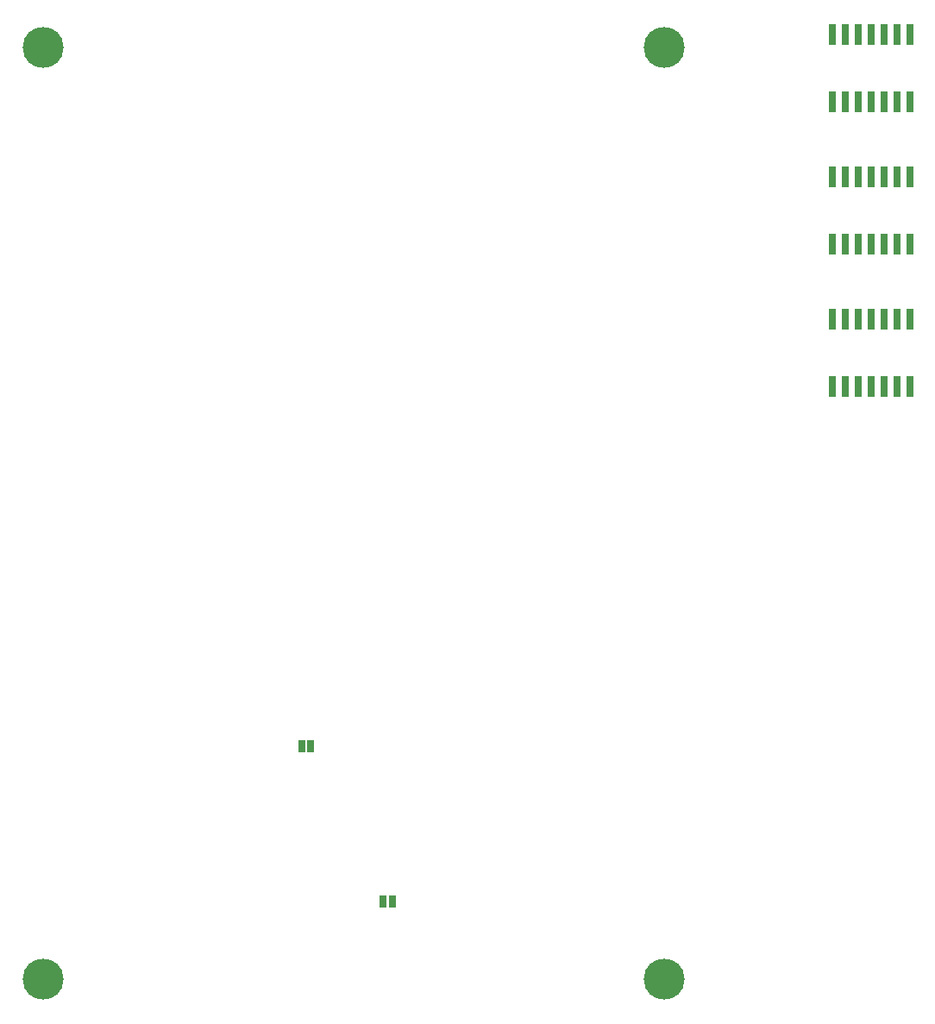
<source format=gbp>
G04 MADE WITH FRITZING*
G04 WWW.FRITZING.ORG*
G04 DOUBLE SIDED*
G04 HOLES PLATED*
G04 CONTOUR ON CENTER OF CONTOUR VECTOR*
%ASAXBY*%
%FSLAX23Y23*%
%MOIN*%
%OFA0B0*%
%SFA1.0B1.0*%
%ADD10C,0.158110*%
%ADD11R,0.026000X0.080000*%
%ADD12R,0.025000X0.050000*%
%ADD13R,0.001000X0.001000*%
%LNPASTEMASK0*%
G90*
G70*
G54D10*
X2860Y1299D03*
X2860Y4899D03*
X460Y4899D03*
X460Y1299D03*
G54D11*
X3810Y3588D03*
X3760Y3588D03*
X3710Y3588D03*
X3660Y3588D03*
X3610Y3588D03*
X3560Y3588D03*
X3510Y3588D03*
X3510Y3849D03*
X3560Y3849D03*
X3610Y3849D03*
X3660Y3849D03*
X3710Y3849D03*
X3760Y3849D03*
X3810Y3849D03*
X3810Y4138D03*
X3760Y4138D03*
X3710Y4138D03*
X3660Y4138D03*
X3610Y4138D03*
X3560Y4138D03*
X3510Y4138D03*
X3510Y4399D03*
X3560Y4399D03*
X3610Y4399D03*
X3660Y4399D03*
X3710Y4399D03*
X3760Y4399D03*
X3810Y4399D03*
X3810Y4688D03*
X3760Y4688D03*
X3710Y4688D03*
X3660Y4688D03*
X3610Y4688D03*
X3560Y4688D03*
X3510Y4688D03*
X3510Y4949D03*
X3560Y4949D03*
X3610Y4949D03*
X3660Y4949D03*
X3710Y4949D03*
X3760Y4949D03*
X3810Y4949D03*
G54D12*
X1775Y1599D03*
X1810Y1599D03*
X1495Y2200D03*
X1460Y2200D03*
G54D13*
D02*
G04 End of PasteMask0*
M02*
</source>
